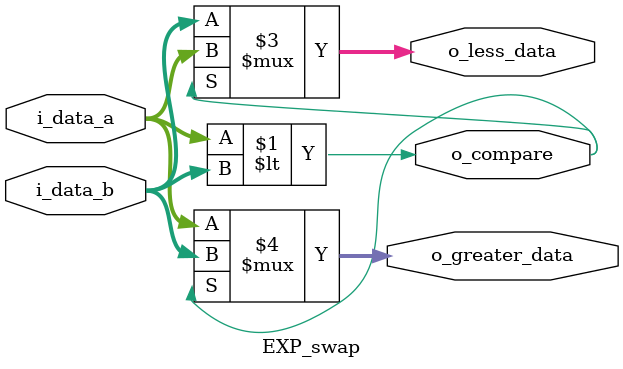
<source format=sv>
module EXP_swap #(
    parameter SIZE_DATA = 8
)(
    input logic [SIZE_DATA-1:0]     i_data_a        ,
    input logic [SIZE_DATA-1:0]     i_data_b        ,
    output logic                    o_compare       ,   // a < b
    output logic [SIZE_DATA-1:0]    o_less_data     ,
    output logic [SIZE_DATA-1:0]    o_greater_data  
);

assign o_compare = (i_data_a < i_data_b);

always_comb begin
    o_less_data = (o_compare) ? i_data_a : i_data_b;
    o_greater_data = (o_compare) ? i_data_b : i_data_a;
end

endmodule

</source>
